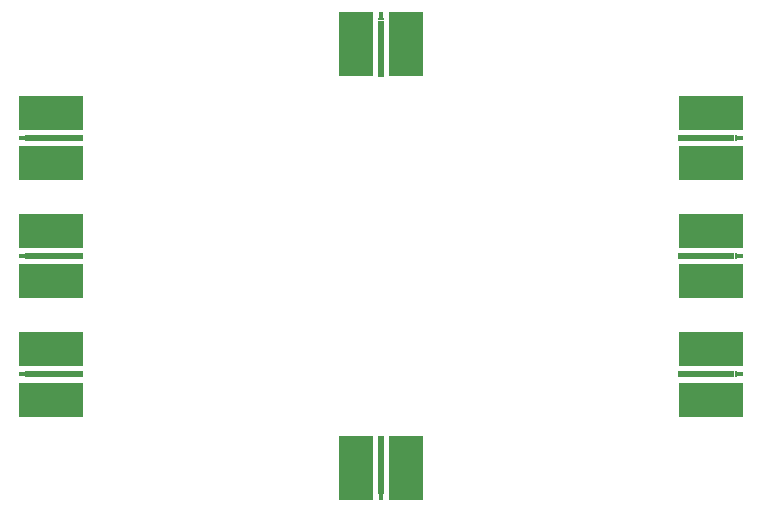
<source format=gbr>
%TF.GenerationSoftware,KiCad,Pcbnew,9.0.0-rc1*%
%TF.CreationDate,2025-01-29T12:40:29+01:00*%
%TF.ProjectId,Cinclidae,43696e63-6c69-4646-9165-2e6b69636164,rev?*%
%TF.SameCoordinates,PX8eb7a50PY5ee3fe0*%
%TF.FileFunction,Paste,Top*%
%TF.FilePolarity,Positive*%
%FSLAX46Y46*%
G04 Gerber Fmt 4.6, Leading zero omitted, Abs format (unit mm)*
G04 Created by KiCad (PCBNEW 9.0.0-rc1) date 2025-01-29 12:40:29*
%MOMM*%
%LPD*%
G01*
G04 APERTURE LIST*
G04 Aperture macros list*
%AMOutline4P*
0 Free polygon, 4 corners , with rotation*
0 The origin of the aperture is its center*
0 number of corners: always 4*
0 $1 to $8 corner X, Y*
0 $9 Rotation angle, in degrees counterclockwise*
0 create outline with 4 corners*
4,1,4,$1,$2,$3,$4,$5,$6,$7,$8,$1,$2,$9*%
G04 Aperture macros list end*
%ADD10R,4.782200X0.500000*%
%ADD11Outline4P,-0.380000X-0.250000X0.380000X-0.125000X0.380000X0.125000X-0.380000X0.250000X180.000000*%
%ADD12R,5.537200X3.000000*%
%ADD13Outline4P,-0.380000X-0.250000X0.380000X-0.125000X0.380000X0.125000X-0.380000X0.250000X0.000000*%
%ADD14R,0.500000X4.782200*%
%ADD15Outline4P,-0.380000X-0.250000X0.380000X-0.125000X0.380000X0.125000X-0.380000X0.250000X270.000000*%
%ADD16R,3.000000X5.537200*%
%ADD17Outline4P,-0.380000X-0.250000X0.380000X-0.125000X0.380000X0.125000X-0.380000X0.250000X90.000000*%
G04 APERTURE END LIST*
D10*
%TO.C,ISO1*%
X-27558900Y-10000000D03*
D11*
X-30330000Y-10000000D03*
D12*
X-27936400Y-7865000D03*
X-27936400Y-12135000D03*
%TD*%
D10*
%TO.C,PROBE1*%
X-27558900Y10000000D03*
D11*
X-30330000Y10000000D03*
D12*
X-27936400Y12135000D03*
X-27936400Y7865000D03*
%TD*%
D10*
%TO.C,ISO2*%
X27558900Y-10000000D03*
D13*
X30330000Y-10000000D03*
D12*
X27936400Y-12135000D03*
X27936400Y-7865000D03*
%TD*%
D10*
%TO.C,PROBE2*%
X27558900Y10000000D03*
D13*
X30330000Y10000000D03*
D12*
X27936400Y7865000D03*
X27936400Y12135000D03*
%TD*%
D10*
%TO.C,MEAS2*%
X27558900Y0D03*
D13*
X30330000Y0D03*
D12*
X27936400Y-2135000D03*
X27936400Y2135000D03*
%TD*%
D14*
%TO.C,DM*%
X0Y-17558900D03*
D15*
X0Y-20330000D03*
D16*
X-2135000Y-17936400D03*
X2135000Y-17936400D03*
%TD*%
D14*
%TO.C,CM*%
X0Y17558900D03*
D17*
X0Y20330000D03*
D16*
X2135000Y17936400D03*
X-2135000Y17936400D03*
%TD*%
D10*
%TO.C,MEAS1*%
X-27558900Y0D03*
D11*
X-30330000Y0D03*
D12*
X-27936400Y2135000D03*
X-27936400Y-2135000D03*
%TD*%
M02*

</source>
